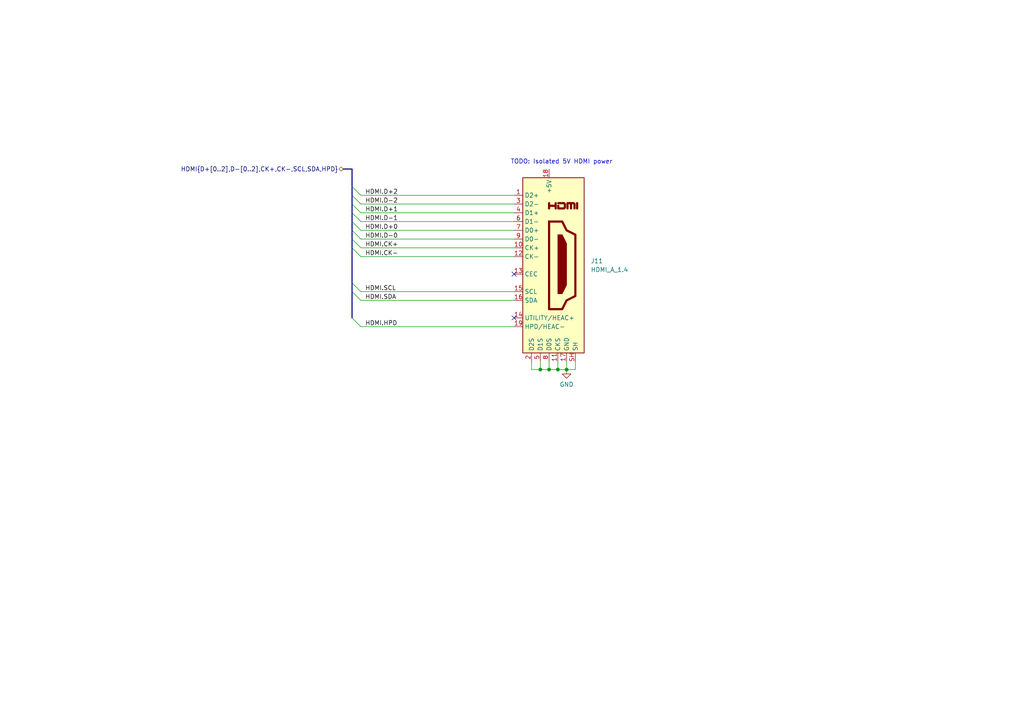
<source format=kicad_sch>
(kicad_sch (version 20230121) (generator eeschema)
  (paper "A4")
  (lib_symbols
    (symbol "Connector:HDMI_A_1.4"
      (property "Reference" "J" (at -6.35 26.67 0))
      (property "Value" "HDMI_A_1.4" (at 10.16 26.67 0))
      (symbol "HDMI_A_1.4_0_0"
        (polyline (pts (xy 8.128 16.51) (xy 8.128 18.034)) (stroke (width 0.635)))
        (polyline (pts (xy 0 16.51) (xy 0 18.034) (xy 0 17.272) (xy 1.905 17.272) (xy 1.905 18.034) (xy 1.905 16.51)) (stroke (width 0.635)))
        (polyline (pts (xy 2.667 18.034) (xy 4.318 18.034) (xy 4.572 17.78) (xy 4.572 16.764) (xy 4.318 16.51) (xy 2.667 16.51) (xy 2.667 17.272)) (stroke (width 0.635)))
      )
      (symbol "HDMI_A_1.4_0_1"
        (rectangle (start -7.62 25.4) (end 10.16 -25.4) (stroke (width 0.254)) (fill (type background)))
        (polyline (pts (xy 2.54 8.89) (xy 3.81 8.89) (xy 5.08 6.35) (xy 5.08 -5.715) (xy 3.81 -8.255) (xy 2.54 -8.255) (xy 2.54 8.89)) (fill (type outline)))
        (polyline (pts (xy 5.334 16.51) (xy 5.334 18.034) (xy 6.35 18.034) (xy 6.35 16.51) (xy 6.35 18.034) (xy 7.112 18.034) (xy 7.366 17.78) (xy 7.366 16.51)) (stroke (width 0.635)))
        (polyline (pts (xy 0 12.7) (xy 0 -12.7) (xy 3.81 -12.7) (xy 5.08 -10.16) (xy 7.62 -8.89) (xy 7.62 8.89) (xy 5.08 10.16) (xy 3.81 12.7) (xy 0 12.7)) (stroke (width 0.635)))
      )
      (symbol "HDMI_A_1.4_1_1"
        (pin passive line (at -10.16 20.32 0) (length 2.54) (name "D2+") (number "1"))
        (pin passive line (at -10.16 5.08 0) (length 2.54) (name "CK+") (number "10"))
        (pin power_in line (at 2.54 -27.94 90) (length 2.54) (name "CKS") (number "11"))
        (pin passive line (at -10.16 2.54 0) (length 2.54) (name "CK-") (number "12"))
        (pin bidirectional line (at -10.16 -2.54 0) (length 2.54) (name "CEC") (number "13"))
        (pin passive line (at -10.16 -15.24 0) (length 2.54) (name "UTILITY/HEAC+") (number "14"))
        (pin passive line (at -10.16 -7.62 0) (length 2.54) (name "SCL") (number "15"))
        (pin bidirectional line (at -10.16 -10.16 0) (length 2.54) (name "SDA") (number "16"))
        (pin power_in line (at 5.08 -27.94 90) (length 2.54) (name "GND") (number "17"))
        (pin power_in line (at 0 27.94 270) (length 2.54) (name "+5V") (number "18"))
        (pin passive line (at -10.16 -17.78 0) (length 2.54) (name "HPD/HEAC-") (number "19"))
        (pin power_in line (at -5.08 -27.94 90) (length 2.54) (name "D2S") (number "2"))
        (pin passive line (at -10.16 17.78 0) (length 2.54) (name "D2-") (number "3"))
        (pin passive line (at -10.16 15.24 0) (length 2.54) (name "D1+") (number "4"))
        (pin power_in line (at -2.54 -27.94 90) (length 2.54) (name "D1S") (number "5"))
        (pin passive line (at -10.16 12.7 0) (length 2.54) (name "D1-") (number "6"))
        (pin passive line (at -10.16 10.16 0) (length 2.54) (name "D0+") (number "7"))
        (pin power_in line (at 0 -27.94 90) (length 2.54) (name "D0S") (number "8"))
        (pin passive line (at -10.16 7.62 0) (length 2.54) (name "D0-") (number "9"))
        (pin passive line (at 7.62 -27.94 90) (length 2.54) (name "SH") (number "SH"))
      )
    )
    (symbol "power:GND" (power) (pin_names (offset 0))
      (property "Value" "GND" (at 0 -3.81 0))
      (symbol "GND_0_1"
        (polyline (pts (xy 0 0) (xy 0 -1.27) (xy 1.27 -1.27) (xy 0 -2.54) (xy -1.27 -1.27) (xy 0 -1.27)))
      )
      (symbol "GND_1_1"
        (pin power_in line (at 0 0 270) (length 0) hide (name "GND") (number "1"))
      )
    )
  )
  (junction (at 164.338 107.188))
  (junction (at 161.798 107.188))
  (junction (at 159.258 107.188))
  (junction (at 156.718 107.188))
  (no_connect (at 149.098 79.502))
  (no_connect (at 149.098 92.202))
  (bus_entry (at 102.108 61.722) (size 2.54 2.54))
  (bus_entry (at 102.108 82.042) (size 2.54 2.54))
  (bus_entry (at 102.108 69.342) (size 2.54 2.54))
  (bus_entry (at 102.108 64.262) (size 2.54 2.54))
  (bus_entry (at 102.108 56.642) (size 2.54 2.54))
  (bus_entry (at 102.108 54.102) (size 2.54 2.54))
  (bus_entry (at 102.108 92.202) (size 2.54 2.54))
  (bus_entry (at 102.108 66.802) (size 2.54 2.54))
  (bus_entry (at 102.108 71.882) (size 2.54 2.54))
  (bus_entry (at 102.108 59.182) (size 2.54 2.54))
  (bus_entry (at 102.108 84.582) (size 2.54 2.54))
  (wire (pts (xy 161.798 104.902) (xy 161.798 107.188)))
  (wire (pts (xy 166.878 104.902) (xy 166.878 107.188)))
  (bus (pts (xy 102.108 71.882) (xy 102.108 69.342)))
  (bus (pts (xy 102.108 54.102) (xy 102.108 49.022)))
  (bus (pts (xy 102.108 49.022) (xy 99.568 49.022)))
  (wire (pts (xy 104.648 71.882) (xy 149.098 71.882)))
  (wire (pts (xy 104.648 64.262) (xy 149.098 64.262)))
  (wire (pts (xy 156.718 104.902) (xy 156.718 107.188)))
  (wire (pts (xy 104.648 94.742) (xy 149.098 94.742)))
  (wire (pts (xy 161.798 107.188) (xy 164.338 107.188)))
  (wire (pts (xy 104.648 56.642) (xy 149.098 56.642)))
  (wire (pts (xy 104.648 74.422) (xy 149.098 74.422)))
  (wire (pts (xy 104.648 59.182) (xy 149.098 59.182)))
  (wire (pts (xy 104.648 66.802) (xy 149.098 66.802)))
  (bus (pts (xy 102.108 69.342) (xy 102.108 66.802)))
  (wire (pts (xy 159.258 107.188) (xy 161.798 107.188)))
  (bus (pts (xy 102.108 64.262) (xy 102.108 61.722)))
  (wire (pts (xy 154.178 104.902) (xy 154.178 107.188)))
  (wire (pts (xy 104.648 84.582) (xy 149.098 84.582)))
  (bus (pts (xy 102.108 71.882) (xy 102.108 82.042)))
  (wire (pts (xy 159.258 104.902) (xy 159.258 107.188)))
  (wire (pts (xy 156.718 107.188) (xy 159.258 107.188)))
  (wire (pts (xy 104.648 69.342) (xy 149.098 69.342)))
  (bus (pts (xy 102.108 66.802) (xy 102.108 64.262)))
  (wire (pts (xy 104.648 61.722) (xy 149.098 61.722)))
  (wire (pts (xy 104.648 87.122) (xy 149.098 87.122)))
  (bus (pts (xy 102.108 59.182) (xy 102.108 56.642)))
  (bus (pts (xy 102.108 84.582) (xy 102.108 82.042)))
  (wire (pts (xy 154.178 107.188) (xy 156.718 107.188)))
  (bus (pts (xy 102.108 84.582) (xy 102.108 92.202)))
  (bus (pts (xy 102.108 56.642) (xy 102.108 54.102)))
  (wire (pts (xy 166.878 107.188) (xy 164.338 107.188)))
  (wire (pts (xy 164.338 104.902) (xy 164.338 107.188)))
  (bus (pts (xy 102.108 61.722) (xy 102.108 59.182)))
  (text "TODO: Isolated 5V HDMI power" (at 148.082 47.752 0) (effects (font (size 1.27 1.27)) (justify left bottom)))
  (label "HDMI.CK-" (at 105.918 74.422 0))
  (label "HDMI.D-0" (at 105.918 69.342 0))
  (label "HDMI.HPD" (at 105.918 94.742 0))
  (label "HDMI.D+0" (at 105.918 66.802 0))
  (label "HDMI.D-2" (at 105.918 59.182 0))
  (label "HDMI.D+1" (at 105.918 61.722 0))
  (label "HDMI.CK+" (at 105.918 71.882 0))
  (label "HDMI.SCL" (at 105.918 84.582 0))
  (label "HDMI.SDA" (at 105.918 87.122 0))
  (label "HDMI.D-1" (at 105.918 64.262 0))
  (label "HDMI.D+2" (at 105.918 56.642 0))
  (hierarchical_label "HDMI{D+[0..2],D-[0..2],CK+,CK-,SCL,SDA,HPD}" (shape bidirectional) (at 99.568 49.022 180))
  (symbol (lib_id "power:GND") (at 164.338 107.188 0) (unit 1)
    (property "Reference" "#PWR017" (effects hide))
    (property "Value" "GND" (at 164.338 111.506 0))
  )
  (symbol (lib_id "Connector:HDMI_A_1.4") (at 159.258 76.962 0) (unit 1)
    (property "Reference" "J11" (at 171.323 75.692 0) (effects (justify left)))
    (property "Value" "HDMI_A_1.4" (at 171.323 78.232 0) (effects (justify left)))
    (property "Footprint" "Connector_HDMI:HDMI_A_Molex_208658-1001_Horizontal" (effects hide))
    (property "Datasheet" "https://en.wikipedia.org/wiki/HDMI" (effects hide))
  )
)
</source>
